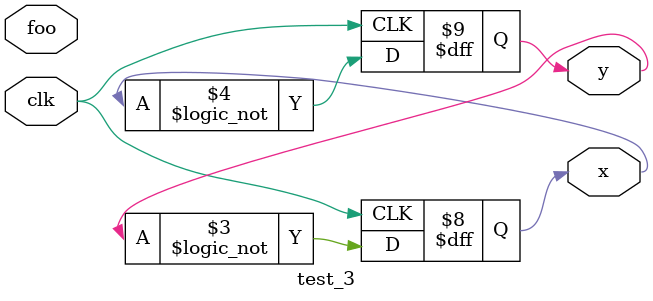
<source format=sv>

module test_3 (
    input clk, foo, 
    output reg x, y) ;
    initial
        assume (foo) ;
    initial
        if (foo) 
            assume ((x == y)) ;
    always
        @(posedge clk)
        begin
            x <=  (!y) ;
            y <=  (!x) ;
            assert ((x == y)) ;
        end
    always
        @(*)
        if ($initstate()) 
            begin
                assume (foo) ;
                if (foo) 
                    assume ((x == y)) ;
            end
endmodule



</source>
